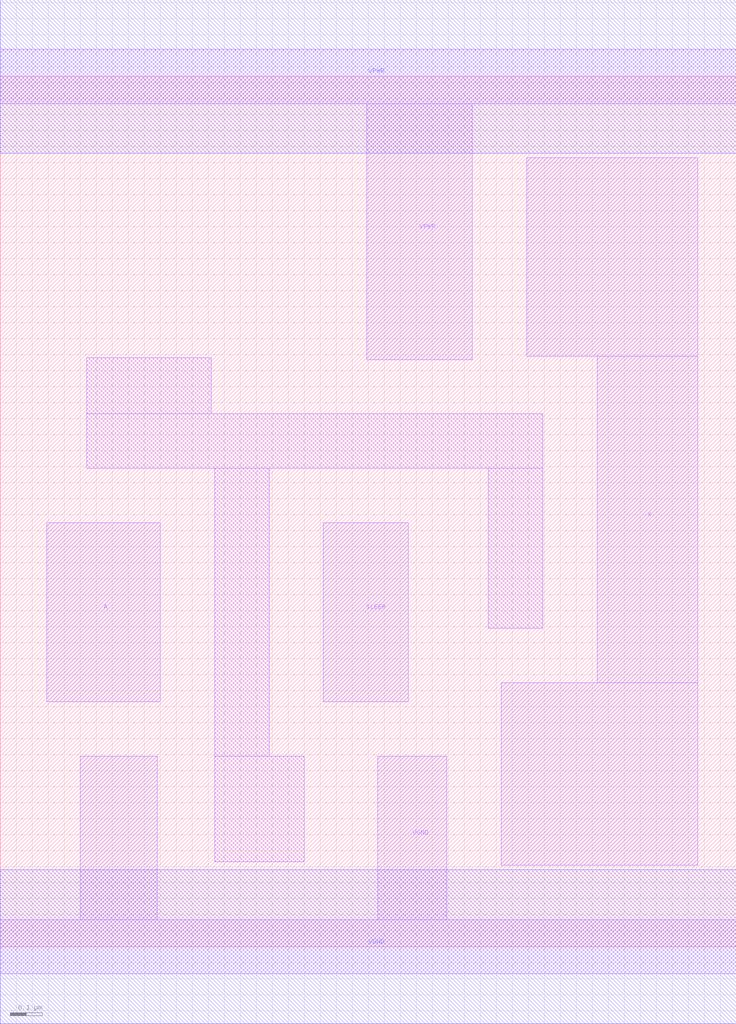
<source format=lef>
# Copyright 2020 The SkyWater PDK Authors
#
# Licensed under the Apache License, Version 2.0 (the "License");
# you may not use this file except in compliance with the License.
# You may obtain a copy of the License at
#
#     https://www.apache.org/licenses/LICENSE-2.0
#
# Unless required by applicable law or agreed to in writing, software
# distributed under the License is distributed on an "AS IS" BASIS,
# WITHOUT WARRANTIES OR CONDITIONS OF ANY KIND, either express or implied.
# See the License for the specific language governing permissions and
# limitations under the License.
#
# SPDX-License-Identifier: Apache-2.0

VERSION 5.5 ;
NAMESCASESENSITIVE ON ;
BUSBITCHARS "[]" ;
DIVIDERCHAR "/" ;
MACRO sky130_fd_sc_hd__lpflow_inputiso1p_1
  CLASS CORE ;
  SOURCE USER ;
  ORIGIN  0.000000  0.000000 ;
  SIZE  2.300000 BY  2.720000 ;
  SYMMETRY X Y R90 ;
  SITE unithd ;
  PIN A
    ANTENNAGATEAREA  0.126000 ;
    DIRECTION INPUT ;
    USE SIGNAL ;
    PORT
      LAYER li1 ;
        RECT 0.145000 0.765000 0.500000 1.325000 ;
    END
  END A
  PIN SLEEP
    ANTENNAGATEAREA  0.126000 ;
    DIRECTION INPUT ;
    USE SIGNAL ;
    PORT
      LAYER li1 ;
        RECT 1.010000 0.765000 1.275000 1.325000 ;
    END
  END SLEEP
  PIN X
    ANTENNADIFFAREA  0.509000 ;
    DIRECTION OUTPUT ;
    USE SIGNAL ;
    PORT
      LAYER li1 ;
        RECT 1.565000 0.255000 2.180000 0.825000 ;
        RECT 1.645000 1.845000 2.180000 2.465000 ;
        RECT 1.865000 0.825000 2.180000 1.845000 ;
    END
  END X
  PIN VGND
    DIRECTION INOUT ;
    SHAPE ABUTMENT ;
    USE GROUND ;
    PORT
      LAYER li1 ;
        RECT 0.000000 -0.085000 2.300000 0.085000 ;
        RECT 0.250000  0.085000 0.490000 0.595000 ;
        RECT 1.180000  0.085000 1.395000 0.595000 ;
    END
    PORT
      LAYER met1 ;
        RECT 0.000000 -0.240000 2.300000 0.240000 ;
    END
  END VGND
  PIN VNB
    DIRECTION INOUT ;
    USE GROUND ;
    PORT
    END
  END VNB
  PIN VPB
    DIRECTION INOUT ;
    USE POWER ;
    PORT
    END
  END VPB
  PIN VPWR
    DIRECTION INOUT ;
    SHAPE ABUTMENT ;
    USE POWER ;
    PORT
      LAYER li1 ;
        RECT 0.000000 2.635000 2.300000 2.805000 ;
        RECT 1.145000 1.835000 1.475000 2.635000 ;
    END
    PORT
      LAYER met1 ;
        RECT 0.000000 2.480000 2.300000 2.960000 ;
    END
  END VPWR
  OBS
    LAYER li1 ;
      RECT 0.270000 1.495000 1.695000 1.665000 ;
      RECT 0.270000 1.665000 0.660000 1.840000 ;
      RECT 0.670000 0.265000 0.950000 0.595000 ;
      RECT 0.670000 0.595000 0.840000 1.495000 ;
      RECT 1.525000 0.995000 1.695000 1.495000 ;
  END
END sky130_fd_sc_hd__lpflow_inputiso1p_1
END LIBRARY

</source>
